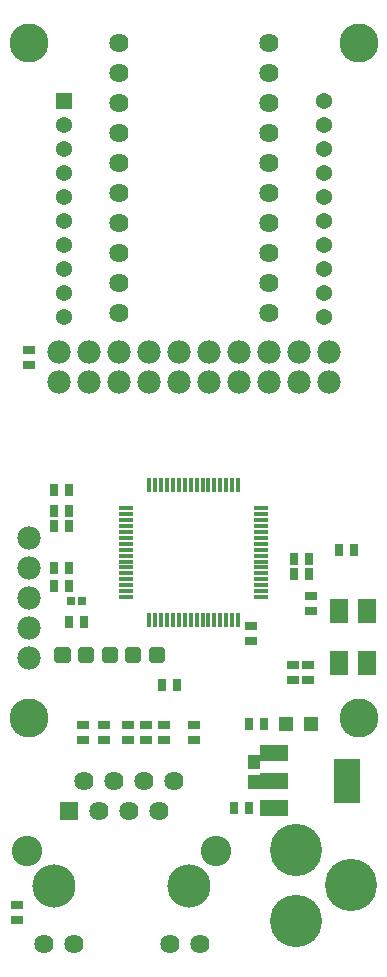
<source format=gts>
G75*
G70*
%OFA0B0*%
%FSLAX24Y24*%
%IPPOS*%
%LPD*%
%AMOC8*
5,1,8,0,0,1.08239X$1,22.5*
%
%ADD10C,0.1300*%
%ADD11R,0.0158X0.0512*%
%ADD12R,0.0512X0.0158*%
%ADD13C,0.1740*%
%ADD14R,0.0920X0.0520*%
%ADD15R,0.0906X0.1457*%
%ADD16R,0.0434X0.0473*%
%ADD17R,0.0316X0.0394*%
%ADD18R,0.0512X0.0512*%
%ADD19R,0.0394X0.0316*%
%ADD20R,0.0276X0.0316*%
%ADD21R,0.0591X0.0788*%
%ADD22C,0.0780*%
%ADD23R,0.0640X0.0640*%
%ADD24C,0.0640*%
%ADD25C,0.1440*%
%ADD26C,0.1015*%
%ADD27R,0.0540X0.0540*%
%ADD28C,0.0540*%
%ADD29C,0.0270*%
D10*
X001554Y010889D03*
X001554Y033389D03*
X012554Y033389D03*
X012554Y010889D03*
D11*
X008531Y014145D03*
X008334Y014145D03*
X008137Y014145D03*
X007940Y014145D03*
X007743Y014145D03*
X007546Y014145D03*
X007350Y014145D03*
X007153Y014145D03*
X006956Y014145D03*
X006759Y014145D03*
X006562Y014145D03*
X006365Y014145D03*
X006169Y014145D03*
X005972Y014145D03*
X005775Y014145D03*
X005578Y014145D03*
X005578Y018633D03*
X005775Y018633D03*
X005972Y018633D03*
X006169Y018633D03*
X006365Y018633D03*
X006562Y018633D03*
X006759Y018633D03*
X006956Y018633D03*
X007153Y018633D03*
X007350Y018633D03*
X007546Y018633D03*
X007743Y018633D03*
X007940Y018633D03*
X008137Y018633D03*
X008334Y018633D03*
X008531Y018633D03*
D12*
X009298Y017865D03*
X009298Y017668D03*
X009298Y017471D03*
X009298Y017274D03*
X009298Y017078D03*
X009298Y016881D03*
X009298Y016684D03*
X009298Y016487D03*
X009298Y016290D03*
X009298Y016093D03*
X009298Y015897D03*
X009298Y015700D03*
X009298Y015503D03*
X009298Y015306D03*
X009298Y015109D03*
X009298Y014912D03*
X004810Y014912D03*
X004810Y015109D03*
X004810Y015306D03*
X004810Y015503D03*
X004810Y015700D03*
X004810Y015897D03*
X004810Y016093D03*
X004810Y016290D03*
X004810Y016487D03*
X004810Y016684D03*
X004810Y016881D03*
X004810Y017078D03*
X004810Y017274D03*
X004810Y017471D03*
X004810Y017668D03*
X004810Y017865D03*
D13*
X010454Y006482D03*
X010454Y004120D03*
X012305Y005301D03*
D14*
X009734Y007879D03*
X009734Y008789D03*
X009734Y009699D03*
D15*
X012174Y008789D03*
D16*
X009054Y008754D03*
X009054Y009423D03*
D17*
X008898Y010689D03*
X009410Y010689D03*
X008910Y007889D03*
X008398Y007889D03*
X006510Y011989D03*
X005998Y011989D03*
X003410Y014089D03*
X002898Y014089D03*
X002910Y015289D03*
X002910Y015889D03*
X002398Y015889D03*
X002398Y015289D03*
X002398Y017289D03*
X002398Y017789D03*
X002398Y018489D03*
X002910Y018489D03*
X002910Y017789D03*
X002910Y017289D03*
X010398Y016189D03*
X010398Y015689D03*
X010910Y015689D03*
X010910Y016189D03*
X011898Y016489D03*
X012410Y016489D03*
D18*
X010968Y010689D03*
X010141Y010689D03*
D19*
X001154Y004133D03*
X001154Y004645D03*
X003354Y010133D03*
X003354Y010645D03*
X004054Y010645D03*
X004054Y010133D03*
X004854Y010133D03*
X004854Y010645D03*
X005454Y010645D03*
X005454Y010133D03*
X006054Y010133D03*
X006054Y010645D03*
X007054Y010645D03*
X007054Y010133D03*
X008954Y013433D03*
X008954Y013945D03*
X010354Y012645D03*
X010354Y012133D03*
X010854Y012133D03*
X010854Y012645D03*
X010954Y014433D03*
X010954Y014945D03*
X001554Y022633D03*
X001554Y023145D03*
D20*
X002967Y014789D03*
X003342Y014789D03*
D21*
X011882Y014455D03*
X011882Y012723D03*
X012827Y012723D03*
X012827Y014455D03*
D22*
X011554Y022089D03*
X011554Y023089D03*
X010554Y023089D03*
X010554Y022089D03*
X009554Y022089D03*
X009554Y023089D03*
X008554Y023089D03*
X008554Y022089D03*
X007554Y022089D03*
X007554Y023089D03*
X006554Y023089D03*
X006554Y022089D03*
X005554Y022089D03*
X005554Y023089D03*
X004554Y023089D03*
X004554Y022089D03*
X003554Y022089D03*
X003554Y023089D03*
X002554Y023089D03*
X002554Y022089D03*
X001554Y016889D03*
X001554Y015889D03*
X001554Y014889D03*
X001554Y013889D03*
X001554Y012889D03*
D23*
X002904Y007789D03*
D24*
X003404Y008789D03*
X003904Y007789D03*
X004404Y008789D03*
X004904Y007789D03*
X005404Y008789D03*
X005904Y007789D03*
X006404Y008789D03*
X006254Y003339D03*
X007254Y003339D03*
X003054Y003339D03*
X002054Y003339D03*
X004554Y024389D03*
X004554Y025389D03*
X004554Y026389D03*
X004554Y027389D03*
X004554Y028389D03*
X004554Y029389D03*
X004554Y030389D03*
X004554Y031389D03*
X004554Y032389D03*
X004554Y033389D03*
X009554Y033389D03*
X009554Y032389D03*
X009554Y031389D03*
X009554Y030389D03*
X009554Y029389D03*
X009554Y028389D03*
X009554Y027389D03*
X009554Y026389D03*
X009554Y025389D03*
X009554Y024389D03*
D25*
X006904Y005289D03*
X002404Y005289D03*
D26*
X001504Y006439D03*
X007804Y006439D03*
D27*
X002724Y031439D03*
D28*
X002724Y030639D03*
X002724Y029839D03*
X002724Y029039D03*
X002724Y028239D03*
X002724Y027439D03*
X002724Y026639D03*
X002724Y025839D03*
X002724Y025039D03*
X002724Y024239D03*
X011384Y024236D03*
X011384Y025036D03*
X011384Y025836D03*
X011384Y026636D03*
X011384Y027436D03*
X011384Y028236D03*
X011384Y029036D03*
X011384Y029836D03*
X011384Y030636D03*
X011384Y031436D03*
D29*
X005964Y013124D02*
X005964Y012854D01*
X005694Y012854D01*
X005694Y013124D01*
X005964Y013124D01*
X005964Y013123D02*
X005694Y013123D01*
X005177Y013124D02*
X005177Y012854D01*
X004907Y012854D01*
X004907Y013124D01*
X005177Y013124D01*
X005177Y013123D02*
X004907Y013123D01*
X004389Y013124D02*
X004389Y012854D01*
X004119Y012854D01*
X004119Y013124D01*
X004389Y013124D01*
X004389Y013123D02*
X004119Y013123D01*
X003602Y013124D02*
X003602Y012854D01*
X003332Y012854D01*
X003332Y013124D01*
X003602Y013124D01*
X003602Y013123D02*
X003332Y013123D01*
X002815Y013124D02*
X002815Y012854D01*
X002545Y012854D01*
X002545Y013124D01*
X002815Y013124D01*
X002815Y013123D02*
X002545Y013123D01*
M02*

</source>
